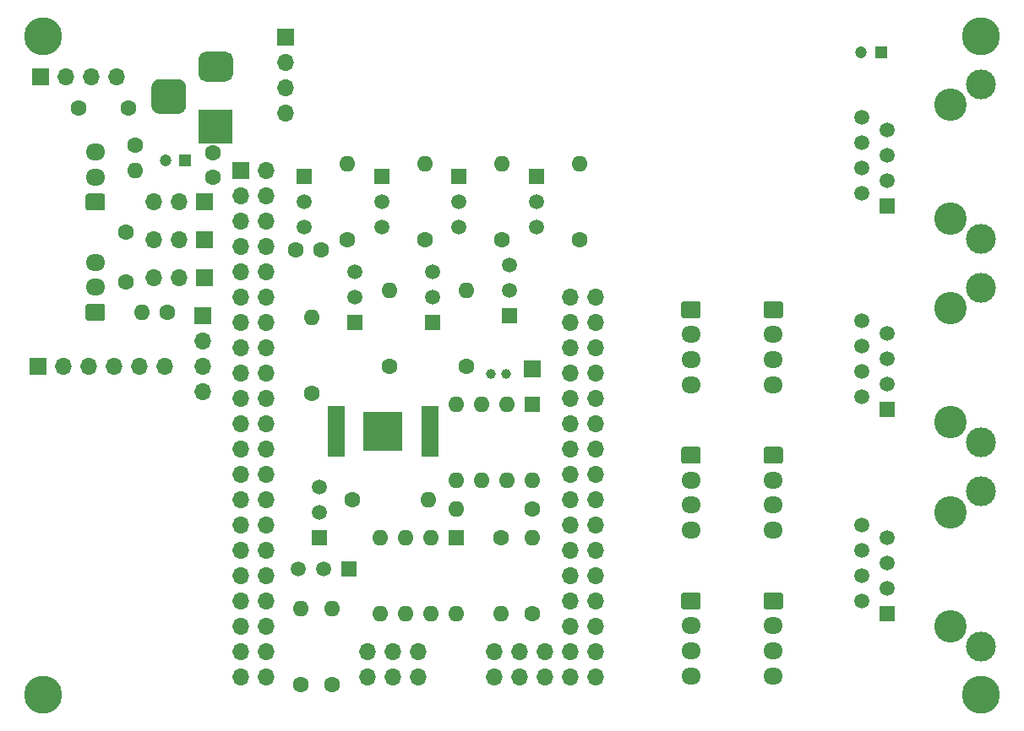
<source format=gbr>
%TF.GenerationSoftware,KiCad,Pcbnew,5.1.10-88a1d61d58~90~ubuntu20.10.1*%
%TF.CreationDate,2021-08-21T12:51:11-05:00*%
%TF.ProjectId,nutrient,6e757472-6965-46e7-942e-6b696361645f,rev?*%
%TF.SameCoordinates,Original*%
%TF.FileFunction,Soldermask,Bot*%
%TF.FilePolarity,Negative*%
%FSLAX46Y46*%
G04 Gerber Fmt 4.6, Leading zero omitted, Abs format (unit mm)*
G04 Created by KiCad (PCBNEW 5.1.10-88a1d61d58~90~ubuntu20.10.1) date 2021-08-21 12:51:11*
%MOMM*%
%LPD*%
G01*
G04 APERTURE LIST*
%ADD10C,1.200000*%
%ADD11R,1.200000X1.200000*%
%ADD12C,1.600000*%
%ADD13R,1.700000X1.700000*%
%ADD14O,1.700000X1.700000*%
%ADD15O,1.600000X1.600000*%
%ADD16C,3.800000*%
%ADD17C,2.600000*%
%ADD18C,1.500000*%
%ADD19R,1.500000X1.500000*%
%ADD20R,3.500000X3.500000*%
%ADD21O,1.950000X1.700000*%
%ADD22C,3.250000*%
%ADD23C,3.000000*%
%ADD24R,1.600000X1.600000*%
%ADD25C,1.000000*%
%ADD26R,3.960000X3.960000*%
%ADD27R,1.780000X5.080000*%
G04 APERTURE END LIST*
D10*
%TO.C,C6*%
X114332000Y-49784000D03*
D11*
X116332000Y-49784000D03*
%TD*%
D12*
%TO.C,C5*%
X110664000Y-44577000D03*
X105664000Y-44577000D03*
%TD*%
%TO.C,C4*%
X110363000Y-57023000D03*
X110363000Y-62023000D03*
%TD*%
D13*
%TO.C,JI2C3*%
X126365000Y-37465000D03*
D14*
X126365000Y-40005000D03*
X126365000Y-42545000D03*
X126365000Y-45085000D03*
%TD*%
D13*
%TO.C,J9*%
X151130000Y-70739000D03*
%TD*%
D14*
%TO.C,JI2C2*%
X109474000Y-41402000D03*
X106934000Y-41402000D03*
X104394000Y-41402000D03*
D13*
X101854000Y-41402000D03*
%TD*%
D14*
%TO.C,XA1*%
X154940000Y-96520000D03*
X157480000Y-96520000D03*
X124460000Y-86360000D03*
X121920000Y-93980000D03*
D13*
X121920000Y-50800000D03*
D14*
X154940000Y-83820000D03*
X124460000Y-58420000D03*
X124460000Y-83820000D03*
X124460000Y-60960000D03*
X124460000Y-76200000D03*
X124460000Y-73660000D03*
X157480000Y-88900000D03*
X121920000Y-73660000D03*
X124460000Y-71120000D03*
X121920000Y-55880000D03*
X121920000Y-63500000D03*
X124460000Y-88900000D03*
X124460000Y-68580000D03*
X124460000Y-93980000D03*
X121920000Y-66040000D03*
X121920000Y-91440000D03*
X121920000Y-58420000D03*
X121920000Y-71120000D03*
X157480000Y-93980000D03*
X121920000Y-83820000D03*
X152400000Y-99060000D03*
X124460000Y-81280000D03*
X134620000Y-99060000D03*
X147320000Y-101600000D03*
X149860000Y-101600000D03*
X157480000Y-91440000D03*
X157480000Y-71120000D03*
X157480000Y-78740000D03*
X157480000Y-86360000D03*
X137160000Y-101600000D03*
X137160000Y-99060000D03*
X154940000Y-91440000D03*
X154940000Y-78740000D03*
X124460000Y-99060000D03*
X157480000Y-76200000D03*
X157480000Y-63500000D03*
X139700000Y-99060000D03*
X152400000Y-101600000D03*
X121920000Y-86360000D03*
X121920000Y-99060000D03*
X154940000Y-81280000D03*
X124460000Y-78740000D03*
X124460000Y-91440000D03*
X154940000Y-63500000D03*
X154940000Y-76200000D03*
X157480000Y-66040000D03*
X124460000Y-101600000D03*
X157480000Y-73660000D03*
X154940000Y-66040000D03*
X157480000Y-101600000D03*
X154940000Y-101600000D03*
X154940000Y-73660000D03*
X157480000Y-99060000D03*
X121920000Y-88900000D03*
X154940000Y-99060000D03*
X121920000Y-96520000D03*
X134620000Y-101600000D03*
X157480000Y-83820000D03*
X157480000Y-68580000D03*
X121920000Y-53340000D03*
X121920000Y-68580000D03*
X124460000Y-66040000D03*
X124460000Y-50800000D03*
X124460000Y-53340000D03*
X147320000Y-99060000D03*
X157480000Y-81280000D03*
X124460000Y-63500000D03*
X154940000Y-93980000D03*
X124460000Y-55880000D03*
X121920000Y-76200000D03*
X124460000Y-96520000D03*
X139700000Y-101600000D03*
X121920000Y-81280000D03*
X149860000Y-99060000D03*
X154940000Y-68580000D03*
X154940000Y-71120000D03*
X154940000Y-88900000D03*
X121920000Y-101600000D03*
X154940000Y-86360000D03*
X121920000Y-60960000D03*
X121920000Y-78740000D03*
%TD*%
D15*
%TO.C,R6*%
X111315500Y-50800000D03*
D12*
X111315500Y-48260000D03*
%TD*%
D14*
%TO.C,JP1*%
X113157000Y-53975000D03*
X115697000Y-53975000D03*
D13*
X118237000Y-53975000D03*
%TD*%
D14*
%TO.C,JI2C1*%
X118110000Y-73025000D03*
X118110000Y-70485000D03*
X118110000Y-67945000D03*
D13*
X118110000Y-65405000D03*
%TD*%
D12*
%TO.C,C2*%
X119126000Y-49022000D03*
X119126000Y-51522000D03*
%TD*%
%TO.C,C1*%
X127421000Y-58801000D03*
X129921000Y-58801000D03*
%TD*%
D15*
%TO.C,R5*%
X112014000Y-65024000D03*
D12*
X114554000Y-65024000D03*
%TD*%
D14*
%TO.C,JP2*%
X113157000Y-57785000D03*
X115697000Y-57785000D03*
D13*
X118237000Y-57785000D03*
%TD*%
D14*
%TO.C,JP3*%
X113157000Y-61595000D03*
X115697000Y-61595000D03*
D13*
X118237000Y-61595000D03*
%TD*%
D10*
%TO.C,C3*%
X184055000Y-38989000D03*
D11*
X186055000Y-38989000D03*
%TD*%
D16*
%TO.C,H4*%
X196088000Y-37338000D03*
D17*
X196088000Y-37338000D03*
%TD*%
D16*
%TO.C,H3*%
X102108000Y-37338000D03*
D17*
X102108000Y-37338000D03*
%TD*%
D16*
%TO.C,H2*%
X196088000Y-103378000D03*
D17*
X196088000Y-103378000D03*
%TD*%
D16*
%TO.C,H1*%
X102108000Y-103378000D03*
D17*
X102108000Y-103378000D03*
%TD*%
D15*
%TO.C,R2*%
X131064000Y-94742000D03*
D12*
X131064000Y-102362000D03*
%TD*%
D15*
%TO.C,R1*%
X127889000Y-94742000D03*
D12*
X127889000Y-102362000D03*
%TD*%
D18*
%TO.C,Q5*%
X133350000Y-63500000D03*
X133350000Y-60960000D03*
D19*
X133350000Y-66040000D03*
%TD*%
D20*
%TO.C,JDC1*%
X119380000Y-46386000D03*
G36*
G01*
X118380000Y-38886000D02*
X120380000Y-38886000D01*
G75*
G02*
X121130000Y-39636000I0J-750000D01*
G01*
X121130000Y-41136000D01*
G75*
G02*
X120380000Y-41886000I-750000J0D01*
G01*
X118380000Y-41886000D01*
G75*
G02*
X117630000Y-41136000I0J750000D01*
G01*
X117630000Y-39636000D01*
G75*
G02*
X118380000Y-38886000I750000J0D01*
G01*
G37*
G36*
G01*
X113805000Y-41636000D02*
X115555000Y-41636000D01*
G75*
G02*
X116430000Y-42511000I0J-875000D01*
G01*
X116430000Y-44261000D01*
G75*
G02*
X115555000Y-45136000I-875000J0D01*
G01*
X113805000Y-45136000D01*
G75*
G02*
X112930000Y-44261000I0J875000D01*
G01*
X112930000Y-42511000D01*
G75*
G02*
X113805000Y-41636000I875000J0D01*
G01*
G37*
%TD*%
D21*
%TO.C,J8*%
X107315000Y-48975000D03*
X107315000Y-51475000D03*
G36*
G01*
X108040000Y-54825000D02*
X106590000Y-54825000D01*
G75*
G02*
X106340000Y-54575000I0J250000D01*
G01*
X106340000Y-53375000D01*
G75*
G02*
X106590000Y-53125000I250000J0D01*
G01*
X108040000Y-53125000D01*
G75*
G02*
X108290000Y-53375000I0J-250000D01*
G01*
X108290000Y-54575000D01*
G75*
G02*
X108040000Y-54825000I-250000J0D01*
G01*
G37*
%TD*%
%TO.C,J7*%
X107315000Y-60024000D03*
X107315000Y-62524000D03*
G36*
G01*
X108040000Y-65874000D02*
X106590000Y-65874000D01*
G75*
G02*
X106340000Y-65624000I0J250000D01*
G01*
X106340000Y-64424000D01*
G75*
G02*
X106590000Y-64174000I250000J0D01*
G01*
X108040000Y-64174000D01*
G75*
G02*
X108290000Y-64424000I0J-250000D01*
G01*
X108290000Y-65624000D01*
G75*
G02*
X108040000Y-65874000I-250000J0D01*
G01*
G37*
%TD*%
D13*
%TO.C,JSPI1*%
X101600000Y-70485000D03*
D14*
X104140000Y-70485000D03*
X106680000Y-70485000D03*
X109220000Y-70485000D03*
X111760000Y-70485000D03*
X114300000Y-70485000D03*
%TD*%
D22*
%TO.C,JS2*%
X193038000Y-64620000D03*
D23*
X196088000Y-62565000D03*
D22*
X193038000Y-76050000D03*
D18*
X186688000Y-72240000D03*
X186688000Y-69700000D03*
X184148000Y-70970000D03*
X186688000Y-67160000D03*
D19*
X186688000Y-74780000D03*
D18*
X184148000Y-73510000D03*
D23*
X196088000Y-78105000D03*
D18*
X184148000Y-65890000D03*
X184148000Y-68430000D03*
%TD*%
D15*
%TO.C,U1*%
X143510000Y-95250000D03*
X135890000Y-87630000D03*
X140970000Y-95250000D03*
X138430000Y-87630000D03*
X138430000Y-95250000D03*
X140970000Y-87630000D03*
X135890000Y-95250000D03*
D24*
X143510000Y-87630000D03*
%TD*%
D21*
%TO.C,J3*%
X175260000Y-86875000D03*
X175260000Y-84375000D03*
X175260000Y-81875000D03*
G36*
G01*
X174535000Y-78525000D02*
X175985000Y-78525000D01*
G75*
G02*
X176235000Y-78775000I0J-250000D01*
G01*
X176235000Y-79975000D01*
G75*
G02*
X175985000Y-80225000I-250000J0D01*
G01*
X174535000Y-80225000D01*
G75*
G02*
X174285000Y-79975000I0J250000D01*
G01*
X174285000Y-78775000D01*
G75*
G02*
X174535000Y-78525000I250000J0D01*
G01*
G37*
%TD*%
D25*
%TO.C,Y1*%
X146963000Y-71247000D03*
X148463000Y-71247000D03*
%TD*%
D21*
%TO.C,J1*%
X175260000Y-101480000D03*
X175260000Y-98980000D03*
X175260000Y-96480000D03*
G36*
G01*
X174535000Y-93130000D02*
X175985000Y-93130000D01*
G75*
G02*
X176235000Y-93380000I0J-250000D01*
G01*
X176235000Y-94580000D01*
G75*
G02*
X175985000Y-94830000I-250000J0D01*
G01*
X174535000Y-94830000D01*
G75*
G02*
X174285000Y-94580000I0J250000D01*
G01*
X174285000Y-93380000D01*
G75*
G02*
X174535000Y-93130000I250000J0D01*
G01*
G37*
%TD*%
D26*
%TO.C,BT1*%
X136144000Y-76962000D03*
D27*
X140844000Y-76962000D03*
X131444000Y-76962000D03*
%TD*%
D15*
%TO.C,RQ7*%
X144526000Y-62865000D03*
D12*
X144526000Y-70485000D03*
%TD*%
D18*
%TO.C,Q7*%
X148844000Y-62865000D03*
X148844000Y-60325000D03*
D19*
X148844000Y-65405000D03*
%TD*%
D22*
%TO.C,JM1*%
X193038000Y-44219000D03*
D23*
X196088000Y-42164000D03*
D22*
X193038000Y-55649000D03*
D18*
X186688000Y-51839000D03*
X186688000Y-49299000D03*
X184148000Y-50569000D03*
X186688000Y-46759000D03*
D19*
X186688000Y-54379000D03*
D18*
X184148000Y-53109000D03*
D23*
X196088000Y-57704000D03*
D18*
X184148000Y-45489000D03*
X184148000Y-48029000D03*
%TD*%
D21*
%TO.C,J2*%
X167005000Y-101480000D03*
X167005000Y-98980000D03*
X167005000Y-96480000D03*
G36*
G01*
X166280000Y-93130000D02*
X167730000Y-93130000D01*
G75*
G02*
X167980000Y-93380000I0J-250000D01*
G01*
X167980000Y-94580000D01*
G75*
G02*
X167730000Y-94830000I-250000J0D01*
G01*
X166280000Y-94830000D01*
G75*
G02*
X166030000Y-94580000I0J250000D01*
G01*
X166030000Y-93380000D01*
G75*
G02*
X166280000Y-93130000I250000J0D01*
G01*
G37*
%TD*%
D22*
%TO.C,JS1*%
X193038000Y-85067000D03*
D23*
X196088000Y-83012000D03*
D22*
X193038000Y-96497000D03*
D18*
X186688000Y-92687000D03*
X186688000Y-90147000D03*
X184148000Y-91417000D03*
X186688000Y-87607000D03*
D19*
X186688000Y-95227000D03*
D18*
X184148000Y-93957000D03*
D23*
X196088000Y-98552000D03*
D18*
X184148000Y-86337000D03*
X184148000Y-88877000D03*
%TD*%
D15*
%TO.C,RQ1*%
X132588000Y-50165000D03*
D12*
X132588000Y-57785000D03*
%TD*%
D15*
%TO.C,RQ2*%
X140335000Y-50165000D03*
D12*
X140335000Y-57785000D03*
%TD*%
D18*
%TO.C,Q1*%
X128270000Y-53975000D03*
X128270000Y-56515000D03*
D19*
X128270000Y-51435000D03*
%TD*%
D18*
%TO.C,Q2*%
X136017000Y-53975000D03*
X136017000Y-56515000D03*
D19*
X136017000Y-51435000D03*
%TD*%
D15*
%TO.C,U2*%
X151130000Y-81915000D03*
X143510000Y-74295000D03*
X148590000Y-81915000D03*
X146050000Y-74295000D03*
X146050000Y-81915000D03*
X148590000Y-74295000D03*
X143510000Y-81915000D03*
D24*
X151130000Y-74295000D03*
%TD*%
D15*
%TO.C,R3*%
X140716000Y-83820000D03*
D12*
X133096000Y-83820000D03*
%TD*%
D15*
%TO.C,R20*%
X151130000Y-87630000D03*
D12*
X151130000Y-95250000D03*
%TD*%
D15*
%TO.C,R21*%
X143510000Y-84772500D03*
D12*
X151130000Y-84772500D03*
%TD*%
D15*
%TO.C,R4*%
X147955000Y-95250000D03*
D12*
X147955000Y-87630000D03*
%TD*%
D15*
%TO.C,RQ5*%
X129032000Y-65532000D03*
D12*
X129032000Y-73152000D03*
%TD*%
D15*
%TO.C,RQ6*%
X136779000Y-62865000D03*
D12*
X136779000Y-70485000D03*
%TD*%
D15*
%TO.C,RQ3*%
X148082000Y-50165000D03*
D12*
X148082000Y-57785000D03*
%TD*%
D15*
%TO.C,RQ4*%
X155829000Y-50165000D03*
D12*
X155829000Y-57785000D03*
%TD*%
D19*
%TO.C,QSO1*%
X129794000Y-87630000D03*
D18*
X129794000Y-82550000D03*
X129794000Y-85090000D03*
%TD*%
D19*
%TO.C,QSS1*%
X132715000Y-90805000D03*
D18*
X127635000Y-90805000D03*
X130175000Y-90805000D03*
%TD*%
%TO.C,Q6*%
X141097000Y-63500000D03*
X141097000Y-60960000D03*
D19*
X141097000Y-66040000D03*
%TD*%
D18*
%TO.C,Q3*%
X143764000Y-53975000D03*
X143764000Y-56515000D03*
D19*
X143764000Y-51435000D03*
%TD*%
D18*
%TO.C,Q4*%
X151511000Y-53975000D03*
X151511000Y-56515000D03*
D19*
X151511000Y-51435000D03*
%TD*%
D21*
%TO.C,J6*%
X167005000Y-72270000D03*
X167005000Y-69770000D03*
X167005000Y-67270000D03*
G36*
G01*
X166280000Y-63920000D02*
X167730000Y-63920000D01*
G75*
G02*
X167980000Y-64170000I0J-250000D01*
G01*
X167980000Y-65370000D01*
G75*
G02*
X167730000Y-65620000I-250000J0D01*
G01*
X166280000Y-65620000D01*
G75*
G02*
X166030000Y-65370000I0J250000D01*
G01*
X166030000Y-64170000D01*
G75*
G02*
X166280000Y-63920000I250000J0D01*
G01*
G37*
%TD*%
%TO.C,J5*%
X175260000Y-72270000D03*
X175260000Y-69770000D03*
X175260000Y-67270000D03*
G36*
G01*
X174535000Y-63920000D02*
X175985000Y-63920000D01*
G75*
G02*
X176235000Y-64170000I0J-250000D01*
G01*
X176235000Y-65370000D01*
G75*
G02*
X175985000Y-65620000I-250000J0D01*
G01*
X174535000Y-65620000D01*
G75*
G02*
X174285000Y-65370000I0J250000D01*
G01*
X174285000Y-64170000D01*
G75*
G02*
X174535000Y-63920000I250000J0D01*
G01*
G37*
%TD*%
%TO.C,J4*%
X167005000Y-86875000D03*
X167005000Y-84375000D03*
X167005000Y-81875000D03*
G36*
G01*
X166280000Y-78525000D02*
X167730000Y-78525000D01*
G75*
G02*
X167980000Y-78775000I0J-250000D01*
G01*
X167980000Y-79975000D01*
G75*
G02*
X167730000Y-80225000I-250000J0D01*
G01*
X166280000Y-80225000D01*
G75*
G02*
X166030000Y-79975000I0J250000D01*
G01*
X166030000Y-78775000D01*
G75*
G02*
X166280000Y-78525000I250000J0D01*
G01*
G37*
%TD*%
M02*

</source>
